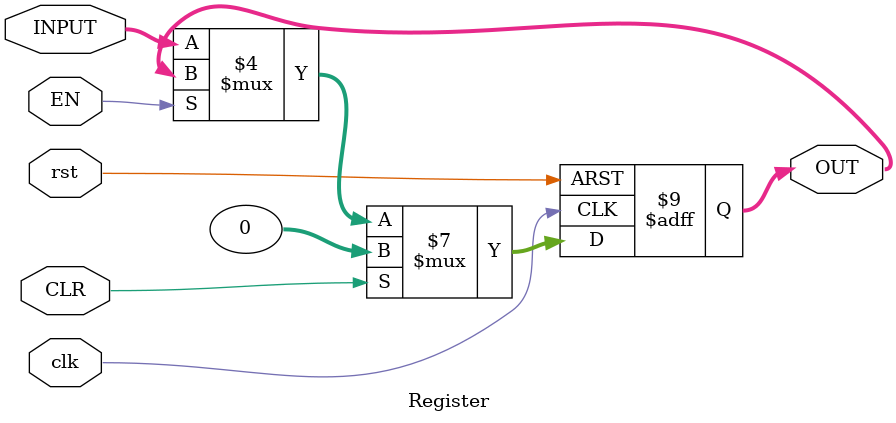
<source format=v>

module Register #(parameter WIDTH = 32) (
    input clk,
    input rst,
    input EN,
    input CLR,
    input [WIDTH - 1 : 0] INPUT,
    output reg [WIDTH - 1 : 0] OUT
);

always @(posedge clk or negedge rst) begin
    if (~rst) begin
        OUT <= {WIDTH{1'b0}};
    end else begin
        if (CLR) begin
            OUT <= {WIDTH{1'b0}};
        end else if (~EN) begin
            OUT <= INPUT;
        end
    end 
end

endmodule

</source>
